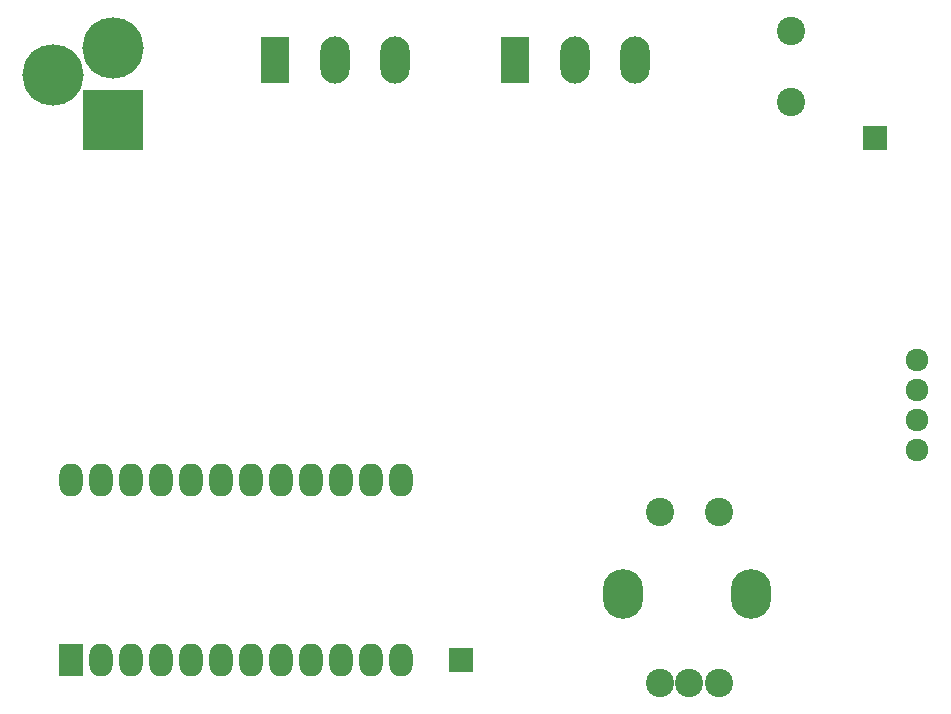
<source format=gbr>
G04 #@! TF.FileFunction,Soldermask,Bot*
%FSLAX46Y46*%
G04 Gerber Fmt 4.6, Leading zero omitted, Abs format (unit mm)*
G04 Created by KiCad (PCBNEW 4.0.7) date 07/05/18 11:54:09*
%MOMM*%
%LPD*%
G01*
G04 APERTURE LIST*
%ADD10C,0.100000*%
%ADD11C,2.400000*%
%ADD12R,2.480000X4.000000*%
%ADD13O,2.480000X4.000000*%
%ADD14C,5.200000*%
%ADD15R,5.200000X5.200000*%
%ADD16O,3.400000X4.200000*%
%ADD17R,2.000000X2.800000*%
%ADD18O,2.000000X2.800000*%
%ADD19R,2.100000X2.100000*%
%ADD20C,1.924000*%
G04 APERTURE END LIST*
D10*
D11*
X140208000Y-39116000D03*
X140208000Y-33116000D03*
D12*
X116840000Y-35560000D03*
D13*
X121920000Y-35560000D03*
X127000000Y-35560000D03*
D12*
X96520000Y-35560000D03*
D13*
X101600000Y-35560000D03*
X106680000Y-35560000D03*
D14*
X82804000Y-34544000D03*
D15*
X82804000Y-40644000D03*
D14*
X77724000Y-36834000D03*
D11*
X129072000Y-88272000D03*
X131572000Y-88272000D03*
X134072000Y-88272000D03*
X134072000Y-73772000D03*
X129072000Y-73772000D03*
D16*
X125972000Y-80772000D03*
X136772000Y-80772000D03*
D17*
X79248000Y-86360000D03*
D18*
X107188000Y-71120000D03*
X81788000Y-86360000D03*
X104648000Y-71120000D03*
X84328000Y-86360000D03*
X102108000Y-71120000D03*
X86868000Y-86360000D03*
X99568000Y-71120000D03*
X89408000Y-86360000D03*
X97028000Y-71120000D03*
X91948000Y-86360000D03*
X94488000Y-71120000D03*
X94488000Y-86360000D03*
X91948000Y-71120000D03*
X97028000Y-86360000D03*
X89408000Y-71120000D03*
X99568000Y-86360000D03*
X86868000Y-71120000D03*
X102108000Y-86360000D03*
X84328000Y-71120000D03*
X104648000Y-86360000D03*
X81788000Y-71120000D03*
X107188000Y-86360000D03*
X79248000Y-71120000D03*
D19*
X112268000Y-86360000D03*
X147320000Y-42164000D03*
D20*
X150876000Y-60960000D03*
X150876000Y-63500000D03*
X150876000Y-66040000D03*
X150876000Y-68580000D03*
M02*

</source>
